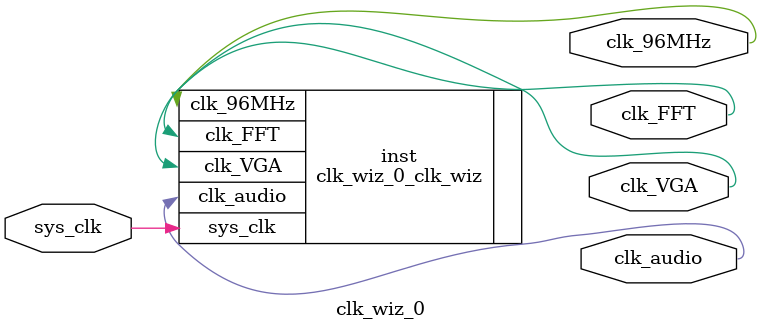
<source format=v>


`timescale 1ps/1ps

(* CORE_GENERATION_INFO = "clk_wiz_0,clk_wiz_v6_0_4_0_0,{component_name=clk_wiz_0,use_phase_alignment=true,use_min_o_jitter=false,use_max_i_jitter=false,use_dyn_phase_shift=false,use_inclk_switchover=false,use_dyn_reconfig=false,enable_axi=0,feedback_source=FDBK_AUTO,PRIMITIVE=MMCM,num_out_clk=4,clkin1_period=10.417,clkin2_period=10.000,use_power_down=false,use_reset=false,use_locked=false,use_inclk_stopped=false,feedback_type=SINGLE,CLOCK_MGR_TYPE=NA,manual_override=false}" *)

module clk_wiz_0 
 (
  // Clock out ports
  output        clk_96MHz,
  output        clk_VGA,
  output        clk_FFT,
  output        clk_audio,
 // Clock in ports
  input         sys_clk
 );

  clk_wiz_0_clk_wiz inst
  (
  // Clock out ports  
  .clk_96MHz(clk_96MHz),
  .clk_VGA(clk_VGA),
  .clk_FFT(clk_FFT),
  .clk_audio(clk_audio),
 // Clock in ports
  .sys_clk(sys_clk)
  );

endmodule

</source>
